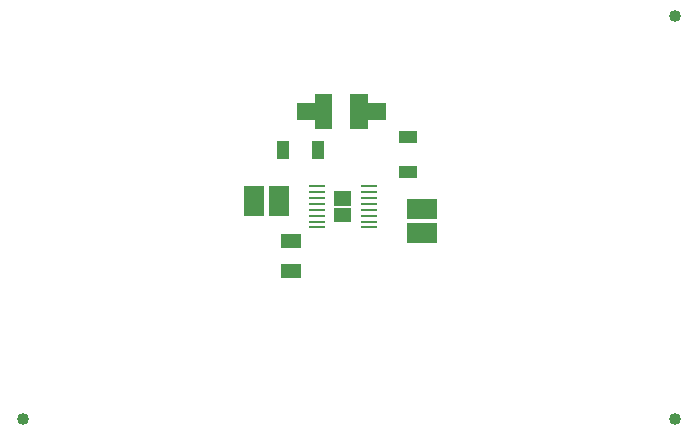
<source format=gtp>
G04*
G04 #@! TF.GenerationSoftware,Altium Limited,Altium Designer,24.6.1 (21)*
G04*
G04 Layer_Color=8421504*
%FSLAX44Y44*%
%MOMM*%
G71*
G04*
G04 #@! TF.SameCoordinates,FB7811C6-C1BC-4142-BEB3-519EFFB23591*
G04*
G04*
G04 #@! TF.FilePolarity,Positive*
G04*
G01*
G75*
%ADD16R,1.3970X0.2794*%
%ADD17C,1.6031*%
%ADD18R,1.6000X1.0500*%
%ADD19R,2.6062X1.7029*%
%ADD20R,1.7062X1.1546*%
%ADD21R,1.7029X2.6062*%
%ADD22R,1.0500X1.6000*%
%ADD23C,1.0160*%
G36*
X321344Y308219D02*
X336344D01*
Y293219D01*
X321344D01*
Y285719D01*
X306344D01*
Y315719D01*
X321344D01*
Y308219D01*
D02*
G37*
G36*
X291344Y285719D02*
X276344D01*
Y293219D01*
X261344D01*
Y308219D01*
X276344D01*
Y315719D01*
X291344D01*
Y285719D01*
D02*
G37*
G36*
X307255Y221000D02*
X292745D01*
Y233224D01*
X307255D01*
Y221000D01*
D02*
G37*
G36*
Y206776D02*
X292745D01*
Y219000D01*
X307255D01*
Y206776D01*
D02*
G37*
D16*
X321844Y237500D02*
D03*
Y232500D02*
D03*
Y227500D02*
D03*
Y222500D02*
D03*
Y217500D02*
D03*
Y212500D02*
D03*
Y207500D02*
D03*
Y202500D02*
D03*
X278156Y202500D02*
D03*
Y207500D02*
D03*
Y212500D02*
D03*
Y217500D02*
D03*
Y222500D02*
D03*
Y227500D02*
D03*
Y232500D02*
D03*
Y237500D02*
D03*
D17*
X315250Y300250D02*
D03*
X282437Y301187D02*
D03*
D18*
X355000Y279250D02*
D03*
Y249750D02*
D03*
D19*
X367500Y218500D02*
D03*
Y197488D02*
D03*
D20*
X256500Y165242D02*
D03*
Y190758D02*
D03*
D21*
X245750Y225250D02*
D03*
X224738D02*
D03*
D22*
X249250Y268000D02*
D03*
X278750D02*
D03*
D23*
X581660Y381390D02*
D03*
X29000Y40640D02*
D03*
X581660D02*
D03*
M02*

</source>
